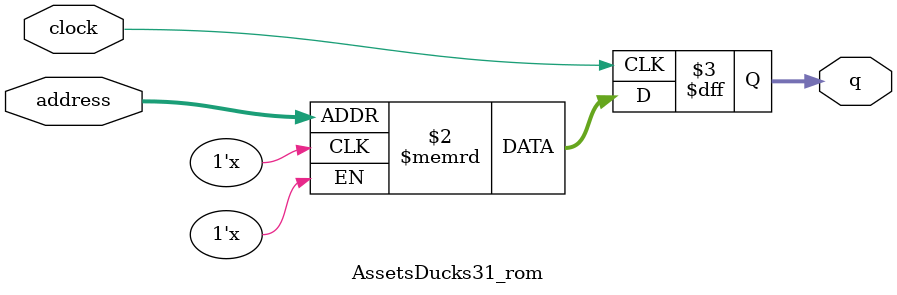
<source format=sv>
module AssetsDucks31_rom (
	input logic clock,
	input logic [11:0] address,
	output logic [3:0] q
);

logic [3:0] memory [0:4095] /* synthesis ram_init_file = "./AssetsDucks31/AssetsDucks31.mif" */;

always_ff @ (posedge clock) begin
	q <= memory[address];
end

endmodule

</source>
